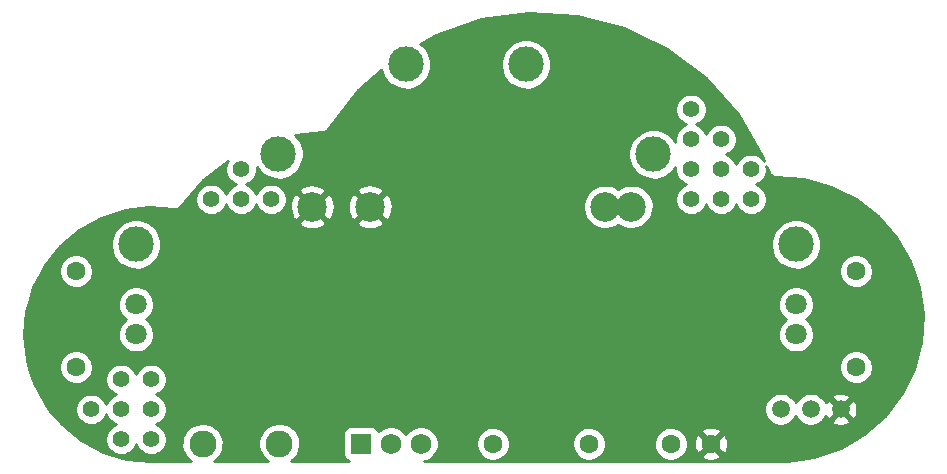
<source format=gbl>
G04 #@! TF.FileFunction,Copper,L2,Bot,Signal*
%FSLAX46Y46*%
G04 Gerber Fmt 4.6, Leading zero omitted, Abs format (unit mm)*
G04 Created by KiCad (PCBNEW 4.0.7-e2-6376~58~ubuntu16.04.1) date Wed Oct 18 15:21:10 2017*
%MOMM*%
%LPD*%
G01*
G04 APERTURE LIST*
%ADD10C,0.101600*%
%ADD11C,1.600000*%
%ADD12C,3.000000*%
%ADD13C,2.286000*%
%ADD14C,1.400000*%
%ADD15C,1.520000*%
%ADD16R,1.727200X1.727200*%
%ADD17C,1.727200*%
%ADD18C,2.500000*%
%ADD19C,1.800000*%
%ADD20C,0.254000*%
G04 APERTURE END LIST*
D10*
D11*
X19050000Y-84836000D03*
X19050000Y-92964000D03*
X85090000Y-84836000D03*
X85090000Y-92964000D03*
D12*
X67945000Y-74930000D03*
X46990000Y-67310000D03*
X24130000Y-82550000D03*
X57150000Y-67310000D03*
X36195000Y-74930000D03*
X80010000Y-82550000D03*
D11*
X62484000Y-99441000D03*
X54356000Y-99441000D03*
D13*
X29768800Y-99441000D03*
X36271200Y-99441000D03*
D14*
X25400000Y-99060000D03*
X25400000Y-96520000D03*
X25400000Y-93980000D03*
X22860000Y-93980000D03*
X22860000Y-96520000D03*
X22860000Y-99060000D03*
X20320000Y-96520000D03*
X30480000Y-78740000D03*
X33020000Y-78740000D03*
X35560000Y-78740000D03*
X33020000Y-76200000D03*
X73660000Y-78740000D03*
X71120000Y-78740000D03*
X76200000Y-78740000D03*
X73660000Y-76200000D03*
X71120000Y-76200000D03*
X71120000Y-73660000D03*
X73660000Y-73660000D03*
X76200000Y-76200000D03*
X71120000Y-71120000D03*
D15*
X81280000Y-96520000D03*
X83820000Y-96520000D03*
X78740000Y-96520000D03*
D11*
X69418200Y-99441000D03*
X72821800Y-99441000D03*
D16*
X43180000Y-99441000D03*
D17*
X45720000Y-99441000D03*
X48260000Y-99441000D03*
D18*
X43970000Y-79375000D03*
X63870000Y-79375000D03*
X66070000Y-79375000D03*
X39070000Y-79375000D03*
D19*
X24130000Y-87630000D03*
X24130000Y-90170000D03*
X80010000Y-90170000D03*
X80010000Y-87630000D03*
D20*
G36*
X61495416Y-63185159D02*
X65440004Y-64224834D01*
X69107527Y-66010883D01*
X72358285Y-68475271D01*
X75068473Y-71524144D01*
X77145546Y-75059571D01*
X77317161Y-75468963D01*
X77239556Y-75352159D01*
X77055078Y-75166388D01*
X76838030Y-75019988D01*
X76596680Y-74918533D01*
X76340221Y-74865890D01*
X76078420Y-74864062D01*
X75821251Y-74913120D01*
X75578507Y-75011194D01*
X75359437Y-75154550D01*
X75172383Y-75337727D01*
X75024471Y-75553747D01*
X74929233Y-75775952D01*
X74844438Y-75570223D01*
X74699556Y-75352159D01*
X74515078Y-75166388D01*
X74298030Y-75019988D01*
X74080895Y-74928712D01*
X74264834Y-74857367D01*
X74485885Y-74717084D01*
X74675478Y-74536537D01*
X74826392Y-74322603D01*
X74932878Y-74083430D01*
X74990881Y-73828129D01*
X74995057Y-73529097D01*
X74944205Y-73272276D01*
X74844438Y-73030223D01*
X74699556Y-72812159D01*
X74515078Y-72626388D01*
X74298030Y-72479988D01*
X74056680Y-72378533D01*
X73800221Y-72325890D01*
X73538420Y-72324062D01*
X73281251Y-72373120D01*
X73038507Y-72471194D01*
X72819437Y-72614550D01*
X72632383Y-72797727D01*
X72484471Y-73013747D01*
X72389233Y-73235952D01*
X72304438Y-73030223D01*
X72159556Y-72812159D01*
X71975078Y-72626388D01*
X71758030Y-72479988D01*
X71540895Y-72388712D01*
X71724834Y-72317367D01*
X71945885Y-72177084D01*
X72135478Y-71996537D01*
X72286392Y-71782603D01*
X72392878Y-71543430D01*
X72450881Y-71288129D01*
X72455057Y-70989097D01*
X72404205Y-70732276D01*
X72304438Y-70490223D01*
X72159556Y-70272159D01*
X71975078Y-70086388D01*
X71758030Y-69939988D01*
X71516680Y-69838533D01*
X71260221Y-69785890D01*
X70998420Y-69784062D01*
X70741251Y-69833120D01*
X70498507Y-69931194D01*
X70279437Y-70074550D01*
X70092383Y-70257727D01*
X69944471Y-70473747D01*
X69841334Y-70714383D01*
X69786901Y-70970469D01*
X69783246Y-71232250D01*
X69830507Y-71489756D01*
X69926884Y-71733178D01*
X70068707Y-71953244D01*
X70250574Y-72141572D01*
X70465556Y-72290989D01*
X70695685Y-72391530D01*
X70498507Y-72471194D01*
X70279437Y-72614550D01*
X70092383Y-72797727D01*
X69944471Y-73013747D01*
X69841334Y-73254383D01*
X69786901Y-73510469D01*
X69783246Y-73772250D01*
X69800069Y-73863911D01*
X69607512Y-73574089D01*
X69312485Y-73276995D01*
X68965371Y-73042864D01*
X68579391Y-72880613D01*
X68169248Y-72796422D01*
X67750563Y-72793499D01*
X67339284Y-72871955D01*
X66951077Y-73028801D01*
X66600728Y-73258063D01*
X66301582Y-73551008D01*
X66065033Y-73896479D01*
X65900091Y-74281317D01*
X65813040Y-74690862D01*
X65807194Y-75109517D01*
X65882776Y-75521333D01*
X66036908Y-75910626D01*
X66263719Y-76262567D01*
X66554569Y-76563751D01*
X66898380Y-76802706D01*
X67282057Y-76970330D01*
X67690984Y-77060239D01*
X68109588Y-77069007D01*
X68521922Y-76996302D01*
X68912281Y-76844891D01*
X69265797Y-76620543D01*
X69569004Y-76331803D01*
X69795284Y-76011031D01*
X69786901Y-76050469D01*
X69783246Y-76312250D01*
X69830507Y-76569756D01*
X69926884Y-76813178D01*
X70068707Y-77033244D01*
X70250574Y-77221572D01*
X70465556Y-77370989D01*
X70695685Y-77471530D01*
X70498507Y-77551194D01*
X70279437Y-77694550D01*
X70092383Y-77877727D01*
X69944471Y-78093747D01*
X69841334Y-78334383D01*
X69786901Y-78590469D01*
X69783246Y-78852250D01*
X69830507Y-79109756D01*
X69926884Y-79353178D01*
X70068707Y-79573244D01*
X70250574Y-79761572D01*
X70465556Y-79910989D01*
X70705466Y-80015803D01*
X70961166Y-80072023D01*
X71222915Y-80077505D01*
X71480745Y-80032043D01*
X71724834Y-79937367D01*
X71945885Y-79797084D01*
X72135478Y-79616537D01*
X72286392Y-79402603D01*
X72392285Y-79164762D01*
X72466884Y-79353178D01*
X72608707Y-79573244D01*
X72790574Y-79761572D01*
X73005556Y-79910989D01*
X73245466Y-80015803D01*
X73501166Y-80072023D01*
X73762915Y-80077505D01*
X74020745Y-80032043D01*
X74264834Y-79937367D01*
X74485885Y-79797084D01*
X74675478Y-79616537D01*
X74826392Y-79402603D01*
X74932285Y-79164762D01*
X75006884Y-79353178D01*
X75148707Y-79573244D01*
X75330574Y-79761572D01*
X75545556Y-79910989D01*
X75785466Y-80015803D01*
X76041166Y-80072023D01*
X76302915Y-80077505D01*
X76560745Y-80032043D01*
X76804834Y-79937367D01*
X77025885Y-79797084D01*
X77215478Y-79616537D01*
X77366392Y-79402603D01*
X77472878Y-79163430D01*
X77530881Y-78908129D01*
X77535057Y-78609097D01*
X77484205Y-78352276D01*
X77384438Y-78110223D01*
X77239556Y-77892159D01*
X77055078Y-77706388D01*
X76838030Y-77559988D01*
X76620895Y-77468712D01*
X76804834Y-77397367D01*
X77025885Y-77257084D01*
X77215478Y-77076537D01*
X77366392Y-76862603D01*
X77472878Y-76623430D01*
X77530881Y-76368129D01*
X77535057Y-76069097D01*
X77504910Y-75916846D01*
X77736895Y-76470252D01*
X77755435Y-76504622D01*
X77771124Y-76540404D01*
X77787103Y-76563329D01*
X77800364Y-76587914D01*
X77825230Y-76618033D01*
X77847567Y-76650081D01*
X77867690Y-76669463D01*
X77885477Y-76691007D01*
X77915718Y-76715721D01*
X77943857Y-76742823D01*
X77967368Y-76757930D01*
X77988995Y-76775605D01*
X78023460Y-76793974D01*
X78056327Y-76815094D01*
X78082320Y-76825346D01*
X78106972Y-76838485D01*
X78144349Y-76849810D01*
X78180691Y-76864144D01*
X78208179Y-76869151D01*
X78234917Y-76877253D01*
X78273791Y-76881103D01*
X78312216Y-76888103D01*
X78321753Y-76888825D01*
X80727539Y-77053862D01*
X82990615Y-77665519D01*
X85091782Y-78705092D01*
X86951019Y-80132990D01*
X88497492Y-81894814D01*
X89672311Y-83923469D01*
X90430721Y-86141681D01*
X90743834Y-88464948D01*
X90599725Y-90804790D01*
X90003882Y-93072082D01*
X88979003Y-95180455D01*
X87564121Y-97049613D01*
X85813135Y-98608350D01*
X83792731Y-99797302D01*
X81579869Y-100571180D01*
X79232863Y-100904191D01*
X78732608Y-100915000D01*
X48530993Y-100915000D01*
X48664953Y-100891379D01*
X48938954Y-100785101D01*
X49187094Y-100627627D01*
X49399922Y-100424954D01*
X49569330Y-100184803D01*
X49688866Y-99916320D01*
X49753977Y-99629733D01*
X49754927Y-99561659D01*
X52919114Y-99561659D01*
X52969915Y-99838453D01*
X53073512Y-100100109D01*
X53225959Y-100336660D01*
X53421448Y-100539095D01*
X53652534Y-100699704D01*
X53910415Y-100812369D01*
X54185268Y-100872800D01*
X54466624Y-100878693D01*
X54743767Y-100829826D01*
X55006140Y-100728058D01*
X55243749Y-100577267D01*
X55447544Y-100383195D01*
X55609762Y-100153236D01*
X55724225Y-99896148D01*
X55786573Y-99621723D01*
X55787411Y-99561659D01*
X61047114Y-99561659D01*
X61097915Y-99838453D01*
X61201512Y-100100109D01*
X61353959Y-100336660D01*
X61549448Y-100539095D01*
X61780534Y-100699704D01*
X62038415Y-100812369D01*
X62313268Y-100872800D01*
X62594624Y-100878693D01*
X62871767Y-100829826D01*
X63134140Y-100728058D01*
X63371749Y-100577267D01*
X63575544Y-100383195D01*
X63737762Y-100153236D01*
X63852225Y-99896148D01*
X63914573Y-99621723D01*
X63915411Y-99561659D01*
X67981314Y-99561659D01*
X68032115Y-99838453D01*
X68135712Y-100100109D01*
X68288159Y-100336660D01*
X68483648Y-100539095D01*
X68714734Y-100699704D01*
X68972615Y-100812369D01*
X69247468Y-100872800D01*
X69528824Y-100878693D01*
X69805967Y-100829826D01*
X70068340Y-100728058D01*
X70305949Y-100577267D01*
X70456706Y-100433702D01*
X72008703Y-100433702D01*
X72080286Y-100677671D01*
X72335796Y-100798571D01*
X72609984Y-100867300D01*
X72892312Y-100881217D01*
X73171930Y-100839787D01*
X73438092Y-100744603D01*
X73563314Y-100677671D01*
X73634897Y-100433702D01*
X72821800Y-99620605D01*
X72008703Y-100433702D01*
X70456706Y-100433702D01*
X70509744Y-100383195D01*
X70671962Y-100153236D01*
X70786425Y-99896148D01*
X70848773Y-99621723D01*
X70850311Y-99511512D01*
X71381583Y-99511512D01*
X71423013Y-99791130D01*
X71518197Y-100057292D01*
X71585129Y-100182514D01*
X71829098Y-100254097D01*
X72642195Y-99441000D01*
X73001405Y-99441000D01*
X73814502Y-100254097D01*
X74058471Y-100182514D01*
X74179371Y-99927004D01*
X74248100Y-99652816D01*
X74262017Y-99370488D01*
X74220587Y-99090870D01*
X74125403Y-98824708D01*
X74058471Y-98699486D01*
X73814502Y-98627903D01*
X73001405Y-99441000D01*
X72642195Y-99441000D01*
X71829098Y-98627903D01*
X71585129Y-98699486D01*
X71464229Y-98954996D01*
X71395500Y-99229184D01*
X71381583Y-99511512D01*
X70850311Y-99511512D01*
X70853261Y-99300291D01*
X70798600Y-99024233D01*
X70691360Y-98764049D01*
X70535626Y-98529650D01*
X70454840Y-98448298D01*
X72008703Y-98448298D01*
X72821800Y-99261395D01*
X73634897Y-98448298D01*
X73563314Y-98204329D01*
X73307804Y-98083429D01*
X73033616Y-98014700D01*
X72751288Y-98000783D01*
X72471670Y-98042213D01*
X72205508Y-98137397D01*
X72080286Y-98204329D01*
X72008703Y-98448298D01*
X70454840Y-98448298D01*
X70337329Y-98329964D01*
X70104023Y-98172597D01*
X69844594Y-98063543D01*
X69568924Y-98006956D01*
X69287513Y-98004991D01*
X69011080Y-98057724D01*
X68750154Y-98163145D01*
X68514673Y-98317239D01*
X68313608Y-98514137D01*
X68154616Y-98746339D01*
X68043753Y-99005000D01*
X67985243Y-99280268D01*
X67981314Y-99561659D01*
X63915411Y-99561659D01*
X63919061Y-99300291D01*
X63864400Y-99024233D01*
X63757160Y-98764049D01*
X63601426Y-98529650D01*
X63403129Y-98329964D01*
X63169823Y-98172597D01*
X62910394Y-98063543D01*
X62634724Y-98006956D01*
X62353313Y-98004991D01*
X62076880Y-98057724D01*
X61815954Y-98163145D01*
X61580473Y-98317239D01*
X61379408Y-98514137D01*
X61220416Y-98746339D01*
X61109553Y-99005000D01*
X61051043Y-99280268D01*
X61047114Y-99561659D01*
X55787411Y-99561659D01*
X55791061Y-99300291D01*
X55736400Y-99024233D01*
X55629160Y-98764049D01*
X55473426Y-98529650D01*
X55275129Y-98329964D01*
X55041823Y-98172597D01*
X54782394Y-98063543D01*
X54506724Y-98006956D01*
X54225313Y-98004991D01*
X53948880Y-98057724D01*
X53687954Y-98163145D01*
X53452473Y-98317239D01*
X53251408Y-98514137D01*
X53092416Y-98746339D01*
X52981553Y-99005000D01*
X52923043Y-99280268D01*
X52919114Y-99561659D01*
X49754927Y-99561659D01*
X49758664Y-99294055D01*
X49701581Y-99005761D01*
X49589588Y-98734046D01*
X49426951Y-98489258D01*
X49219866Y-98280722D01*
X48976219Y-98116380D01*
X48705292Y-98002493D01*
X48417404Y-97943398D01*
X48123521Y-97941346D01*
X47834836Y-97996416D01*
X47562345Y-98106509D01*
X47316428Y-98267433D01*
X47106451Y-98473058D01*
X46989586Y-98643736D01*
X46886951Y-98489258D01*
X46679866Y-98280722D01*
X46436219Y-98116380D01*
X46165292Y-98002493D01*
X45877404Y-97943398D01*
X45583521Y-97941346D01*
X45294836Y-97996416D01*
X45022345Y-98106509D01*
X44776428Y-98267433D01*
X44647908Y-98393289D01*
X44620494Y-98304766D01*
X44521700Y-98154841D01*
X44385050Y-98038375D01*
X44221363Y-97964590D01*
X44043600Y-97939328D01*
X42316400Y-97939328D01*
X42215279Y-97947392D01*
X42043766Y-98000506D01*
X41893841Y-98099300D01*
X41777375Y-98235950D01*
X41703590Y-98399637D01*
X41678328Y-98577400D01*
X41678328Y-100304600D01*
X41686392Y-100405721D01*
X41739506Y-100577234D01*
X41838300Y-100727159D01*
X41974950Y-100843625D01*
X42133291Y-100915000D01*
X37266926Y-100915000D01*
X37371143Y-100848862D01*
X37623650Y-100608403D01*
X37824642Y-100323478D01*
X37966465Y-100004940D01*
X38043715Y-99664921D01*
X38049276Y-99266658D01*
X37981550Y-98924615D01*
X37848677Y-98602241D01*
X37655718Y-98311815D01*
X37410024Y-98064399D01*
X37120952Y-97869417D01*
X36799513Y-97734297D01*
X36457951Y-97664184D01*
X36109276Y-97661750D01*
X35766768Y-97727087D01*
X35443474Y-97857706D01*
X35151708Y-98048632D01*
X34902583Y-98292594D01*
X34705588Y-98580297D01*
X34568227Y-98900785D01*
X34495731Y-99241849D01*
X34490863Y-99590499D01*
X34553807Y-99933455D01*
X34682166Y-100257653D01*
X34871051Y-100550744D01*
X35113267Y-100801567D01*
X35276476Y-100915000D01*
X30764526Y-100915000D01*
X30868743Y-100848862D01*
X31121250Y-100608403D01*
X31322242Y-100323478D01*
X31464065Y-100004940D01*
X31541315Y-99664921D01*
X31546876Y-99266658D01*
X31479150Y-98924615D01*
X31346277Y-98602241D01*
X31153318Y-98311815D01*
X30907624Y-98064399D01*
X30618552Y-97869417D01*
X30297113Y-97734297D01*
X29955551Y-97664184D01*
X29606876Y-97661750D01*
X29264368Y-97727087D01*
X28941074Y-97857706D01*
X28649308Y-98048632D01*
X28400183Y-98292594D01*
X28203188Y-98580297D01*
X28065827Y-98900785D01*
X27993331Y-99241849D01*
X27988463Y-99590499D01*
X28051407Y-99933455D01*
X28179766Y-100257653D01*
X28368651Y-100550744D01*
X28610867Y-100801567D01*
X28774076Y-100915000D01*
X25433504Y-100915000D01*
X23313590Y-100707140D01*
X21306650Y-100101209D01*
X19455626Y-99117003D01*
X17831020Y-97792007D01*
X16871586Y-96632250D01*
X18983246Y-96632250D01*
X19030507Y-96889756D01*
X19126884Y-97133178D01*
X19268707Y-97353244D01*
X19450574Y-97541572D01*
X19665556Y-97690989D01*
X19905466Y-97795803D01*
X20161166Y-97852023D01*
X20422915Y-97857505D01*
X20680745Y-97812043D01*
X20924834Y-97717367D01*
X21145885Y-97577084D01*
X21335478Y-97396537D01*
X21486392Y-97182603D01*
X21592285Y-96944762D01*
X21666884Y-97133178D01*
X21808707Y-97353244D01*
X21990574Y-97541572D01*
X22205556Y-97690989D01*
X22435685Y-97791530D01*
X22238507Y-97871194D01*
X22019437Y-98014550D01*
X21832383Y-98197727D01*
X21684471Y-98413747D01*
X21581334Y-98654383D01*
X21526901Y-98910469D01*
X21523246Y-99172250D01*
X21570507Y-99429756D01*
X21666884Y-99673178D01*
X21808707Y-99893244D01*
X21990574Y-100081572D01*
X22205556Y-100230989D01*
X22445466Y-100335803D01*
X22701166Y-100392023D01*
X22962915Y-100397505D01*
X23220745Y-100352043D01*
X23464834Y-100257367D01*
X23685885Y-100117084D01*
X23875478Y-99936537D01*
X24026392Y-99722603D01*
X24132285Y-99484762D01*
X24206884Y-99673178D01*
X24348707Y-99893244D01*
X24530574Y-100081572D01*
X24745556Y-100230989D01*
X24985466Y-100335803D01*
X25241166Y-100392023D01*
X25502915Y-100397505D01*
X25760745Y-100352043D01*
X26004834Y-100257367D01*
X26225885Y-100117084D01*
X26415478Y-99936537D01*
X26566392Y-99722603D01*
X26672878Y-99483430D01*
X26730881Y-99228129D01*
X26735057Y-98929097D01*
X26684205Y-98672276D01*
X26584438Y-98430223D01*
X26439556Y-98212159D01*
X26255078Y-98026388D01*
X26038030Y-97879988D01*
X25820895Y-97788712D01*
X26004834Y-97717367D01*
X26225885Y-97577084D01*
X26415478Y-97396537D01*
X26566392Y-97182603D01*
X26672878Y-96943430D01*
X26730881Y-96688129D01*
X26731590Y-96637295D01*
X77343166Y-96637295D01*
X77392551Y-96906375D01*
X77493261Y-97160737D01*
X77641458Y-97390694D01*
X77831498Y-97587486D01*
X78056143Y-97743619D01*
X78306835Y-97853143D01*
X78574027Y-97911889D01*
X78847541Y-97917619D01*
X79116958Y-97870113D01*
X79372018Y-97771182D01*
X79603003Y-97624594D01*
X79801118Y-97435932D01*
X79958815Y-97212383D01*
X80009043Y-97099569D01*
X80033261Y-97160737D01*
X80181458Y-97390694D01*
X80371498Y-97587486D01*
X80596143Y-97743619D01*
X80846835Y-97853143D01*
X81114027Y-97911889D01*
X81387541Y-97917619D01*
X81656958Y-97870113D01*
X81912018Y-97771182D01*
X82143003Y-97624594D01*
X82290497Y-97484137D01*
X83035469Y-97484137D01*
X83102206Y-97724025D01*
X83350892Y-97840924D01*
X83617606Y-97907061D01*
X83892097Y-97919895D01*
X84163817Y-97878931D01*
X84422326Y-97785744D01*
X84537794Y-97724025D01*
X84604531Y-97484137D01*
X83820000Y-96699605D01*
X83035469Y-97484137D01*
X82290497Y-97484137D01*
X82341118Y-97435932D01*
X82498815Y-97212383D01*
X82547390Y-97103280D01*
X82554256Y-97122326D01*
X82615975Y-97237794D01*
X82855863Y-97304531D01*
X83640395Y-96520000D01*
X83999605Y-96520000D01*
X84784137Y-97304531D01*
X85024025Y-97237794D01*
X85140924Y-96989108D01*
X85207061Y-96722394D01*
X85219895Y-96447903D01*
X85178931Y-96176183D01*
X85085744Y-95917674D01*
X85024025Y-95802206D01*
X84784137Y-95735469D01*
X83999605Y-96520000D01*
X83640395Y-96520000D01*
X82855863Y-95735469D01*
X82615975Y-95802206D01*
X82550485Y-95941527D01*
X82517672Y-95861918D01*
X82366278Y-95634053D01*
X82288633Y-95555863D01*
X83035469Y-95555863D01*
X83820000Y-96340395D01*
X84604531Y-95555863D01*
X84537794Y-95315975D01*
X84289108Y-95199076D01*
X84022394Y-95132939D01*
X83747903Y-95120105D01*
X83476183Y-95161069D01*
X83217674Y-95254256D01*
X83102206Y-95315975D01*
X83035469Y-95555863D01*
X82288633Y-95555863D01*
X82173509Y-95439933D01*
X81946706Y-95286953D01*
X81694509Y-95180939D01*
X81426523Y-95125929D01*
X81152956Y-95124019D01*
X80884228Y-95175282D01*
X80630575Y-95277764D01*
X80401658Y-95427563D01*
X80206197Y-95618972D01*
X80051637Y-95844702D01*
X80010314Y-95941115D01*
X79977672Y-95861918D01*
X79826278Y-95634053D01*
X79633509Y-95439933D01*
X79406706Y-95286953D01*
X79154509Y-95180939D01*
X78886523Y-95125929D01*
X78612956Y-95124019D01*
X78344228Y-95175282D01*
X78090575Y-95277764D01*
X77861658Y-95427563D01*
X77666197Y-95618972D01*
X77511637Y-95844702D01*
X77403865Y-96096153D01*
X77346986Y-96363748D01*
X77343166Y-96637295D01*
X26731590Y-96637295D01*
X26735057Y-96389097D01*
X26684205Y-96132276D01*
X26584438Y-95890223D01*
X26439556Y-95672159D01*
X26255078Y-95486388D01*
X26038030Y-95339988D01*
X25820895Y-95248712D01*
X26004834Y-95177367D01*
X26225885Y-95037084D01*
X26415478Y-94856537D01*
X26566392Y-94642603D01*
X26672878Y-94403430D01*
X26730881Y-94148129D01*
X26735057Y-93849097D01*
X26684205Y-93592276D01*
X26584438Y-93350223D01*
X26439556Y-93132159D01*
X26392387Y-93084659D01*
X83653114Y-93084659D01*
X83703915Y-93361453D01*
X83807512Y-93623109D01*
X83959959Y-93859660D01*
X84155448Y-94062095D01*
X84386534Y-94222704D01*
X84644415Y-94335369D01*
X84919268Y-94395800D01*
X85200624Y-94401693D01*
X85477767Y-94352826D01*
X85740140Y-94251058D01*
X85977749Y-94100267D01*
X86181544Y-93906195D01*
X86343762Y-93676236D01*
X86458225Y-93419148D01*
X86520573Y-93144723D01*
X86525061Y-92823291D01*
X86470400Y-92547233D01*
X86363160Y-92287049D01*
X86207426Y-92052650D01*
X86009129Y-91852964D01*
X85775823Y-91695597D01*
X85516394Y-91586543D01*
X85240724Y-91529956D01*
X84959313Y-91527991D01*
X84682880Y-91580724D01*
X84421954Y-91686145D01*
X84186473Y-91840239D01*
X83985408Y-92037137D01*
X83826416Y-92269339D01*
X83715553Y-92528000D01*
X83657043Y-92803268D01*
X83653114Y-93084659D01*
X26392387Y-93084659D01*
X26255078Y-92946388D01*
X26038030Y-92799988D01*
X25796680Y-92698533D01*
X25540221Y-92645890D01*
X25278420Y-92644062D01*
X25021251Y-92693120D01*
X24778507Y-92791194D01*
X24559437Y-92934550D01*
X24372383Y-93117727D01*
X24224471Y-93333747D01*
X24129233Y-93555952D01*
X24044438Y-93350223D01*
X23899556Y-93132159D01*
X23715078Y-92946388D01*
X23498030Y-92799988D01*
X23256680Y-92698533D01*
X23000221Y-92645890D01*
X22738420Y-92644062D01*
X22481251Y-92693120D01*
X22238507Y-92791194D01*
X22019437Y-92934550D01*
X21832383Y-93117727D01*
X21684471Y-93333747D01*
X21581334Y-93574383D01*
X21526901Y-93830469D01*
X21523246Y-94092250D01*
X21570507Y-94349756D01*
X21666884Y-94593178D01*
X21808707Y-94813244D01*
X21990574Y-95001572D01*
X22205556Y-95150989D01*
X22435685Y-95251530D01*
X22238507Y-95331194D01*
X22019437Y-95474550D01*
X21832383Y-95657727D01*
X21684471Y-95873747D01*
X21589233Y-96095952D01*
X21504438Y-95890223D01*
X21359556Y-95672159D01*
X21175078Y-95486388D01*
X20958030Y-95339988D01*
X20716680Y-95238533D01*
X20460221Y-95185890D01*
X20198420Y-95184062D01*
X19941251Y-95233120D01*
X19698507Y-95331194D01*
X19479437Y-95474550D01*
X19292383Y-95657727D01*
X19144471Y-95873747D01*
X19041334Y-96114383D01*
X18986901Y-96370469D01*
X18983246Y-96632250D01*
X16871586Y-96632250D01*
X16494713Y-96176689D01*
X15497609Y-94332583D01*
X15111313Y-93084659D01*
X17613114Y-93084659D01*
X17663915Y-93361453D01*
X17767512Y-93623109D01*
X17919959Y-93859660D01*
X18115448Y-94062095D01*
X18346534Y-94222704D01*
X18604415Y-94335369D01*
X18879268Y-94395800D01*
X19160624Y-94401693D01*
X19437767Y-94352826D01*
X19700140Y-94251058D01*
X19937749Y-94100267D01*
X20141544Y-93906195D01*
X20303762Y-93676236D01*
X20418225Y-93419148D01*
X20480573Y-93144723D01*
X20485061Y-92823291D01*
X20430400Y-92547233D01*
X20323160Y-92287049D01*
X20167426Y-92052650D01*
X19969129Y-91852964D01*
X19735823Y-91695597D01*
X19476394Y-91586543D01*
X19200724Y-91529956D01*
X18919313Y-91527991D01*
X18642880Y-91580724D01*
X18381954Y-91686145D01*
X18146473Y-91840239D01*
X17945408Y-92037137D01*
X17786416Y-92269339D01*
X17675553Y-92528000D01*
X17617043Y-92803268D01*
X17613114Y-93084659D01*
X15111313Y-93084659D01*
X14877681Y-92329918D01*
X14658547Y-90244989D01*
X14848551Y-88157203D01*
X14965728Y-87759067D01*
X22592983Y-87759067D01*
X22647324Y-88055150D01*
X22758140Y-88335040D01*
X22921210Y-88588075D01*
X23130322Y-88804617D01*
X23267441Y-88899917D01*
X23163509Y-88967928D01*
X22948432Y-89178547D01*
X22778361Y-89426930D01*
X22659773Y-89703617D01*
X22597186Y-89998067D01*
X22592983Y-90299067D01*
X22647324Y-90595150D01*
X22758140Y-90875040D01*
X22921210Y-91128075D01*
X23130322Y-91344617D01*
X23377512Y-91516419D01*
X23653364Y-91636935D01*
X23947371Y-91701577D01*
X24248334Y-91707881D01*
X24544789Y-91655608D01*
X24825446Y-91546748D01*
X25079613Y-91385449D01*
X25297610Y-91177854D01*
X25471132Y-90931869D01*
X25593572Y-90656866D01*
X25660265Y-90363317D01*
X25665066Y-90019486D01*
X25606595Y-89724190D01*
X25491882Y-89445874D01*
X25325295Y-89195141D01*
X25113180Y-88981540D01*
X24992953Y-88900445D01*
X25079613Y-88845449D01*
X25297610Y-88637854D01*
X25471132Y-88391869D01*
X25593572Y-88116866D01*
X25660265Y-87823317D01*
X25661162Y-87759067D01*
X78472983Y-87759067D01*
X78527324Y-88055150D01*
X78638140Y-88335040D01*
X78801210Y-88588075D01*
X79010322Y-88804617D01*
X79147441Y-88899917D01*
X79043509Y-88967928D01*
X78828432Y-89178547D01*
X78658361Y-89426930D01*
X78539773Y-89703617D01*
X78477186Y-89998067D01*
X78472983Y-90299067D01*
X78527324Y-90595150D01*
X78638140Y-90875040D01*
X78801210Y-91128075D01*
X79010322Y-91344617D01*
X79257512Y-91516419D01*
X79533364Y-91636935D01*
X79827371Y-91701577D01*
X80128334Y-91707881D01*
X80424789Y-91655608D01*
X80705446Y-91546748D01*
X80959613Y-91385449D01*
X81177610Y-91177854D01*
X81351132Y-90931869D01*
X81473572Y-90656866D01*
X81540265Y-90363317D01*
X81545066Y-90019486D01*
X81486595Y-89724190D01*
X81371882Y-89445874D01*
X81205295Y-89195141D01*
X80993180Y-88981540D01*
X80872953Y-88900445D01*
X80959613Y-88845449D01*
X81177610Y-88637854D01*
X81351132Y-88391869D01*
X81473572Y-88116866D01*
X81540265Y-87823317D01*
X81545066Y-87479486D01*
X81486595Y-87184190D01*
X81371882Y-86905874D01*
X81205295Y-86655141D01*
X80993180Y-86441540D01*
X80743616Y-86273206D01*
X80466108Y-86156553D01*
X80171228Y-86096023D01*
X79870206Y-86093921D01*
X79574509Y-86150328D01*
X79295400Y-86263096D01*
X79043509Y-86427928D01*
X78828432Y-86638547D01*
X78658361Y-86886930D01*
X78539773Y-87163617D01*
X78477186Y-87458067D01*
X78472983Y-87759067D01*
X25661162Y-87759067D01*
X25665066Y-87479486D01*
X25606595Y-87184190D01*
X25491882Y-86905874D01*
X25325295Y-86655141D01*
X25113180Y-86441540D01*
X24863616Y-86273206D01*
X24586108Y-86156553D01*
X24291228Y-86096023D01*
X23990206Y-86093921D01*
X23694509Y-86150328D01*
X23415400Y-86263096D01*
X23163509Y-86427928D01*
X22948432Y-86638547D01*
X22778361Y-86886930D01*
X22659773Y-87163617D01*
X22597186Y-87458067D01*
X22592983Y-87759067D01*
X14965728Y-87759067D01*
X15440455Y-86146086D01*
X16062271Y-84956659D01*
X17613114Y-84956659D01*
X17663915Y-85233453D01*
X17767512Y-85495109D01*
X17919959Y-85731660D01*
X18115448Y-85934095D01*
X18346534Y-86094704D01*
X18604415Y-86207369D01*
X18879268Y-86267800D01*
X19160624Y-86273693D01*
X19437767Y-86224826D01*
X19700140Y-86123058D01*
X19937749Y-85972267D01*
X20141544Y-85778195D01*
X20303762Y-85548236D01*
X20418225Y-85291148D01*
X20480573Y-85016723D01*
X20481411Y-84956659D01*
X83653114Y-84956659D01*
X83703915Y-85233453D01*
X83807512Y-85495109D01*
X83959959Y-85731660D01*
X84155448Y-85934095D01*
X84386534Y-86094704D01*
X84644415Y-86207369D01*
X84919268Y-86267800D01*
X85200624Y-86273693D01*
X85477767Y-86224826D01*
X85740140Y-86123058D01*
X85977749Y-85972267D01*
X86181544Y-85778195D01*
X86343762Y-85548236D01*
X86458225Y-85291148D01*
X86520573Y-85016723D01*
X86525061Y-84695291D01*
X86470400Y-84419233D01*
X86363160Y-84159049D01*
X86207426Y-83924650D01*
X86009129Y-83724964D01*
X85775823Y-83567597D01*
X85516394Y-83458543D01*
X85240724Y-83401956D01*
X84959313Y-83399991D01*
X84682880Y-83452724D01*
X84421954Y-83558145D01*
X84186473Y-83712239D01*
X83985408Y-83909137D01*
X83826416Y-84141339D01*
X83715553Y-84400000D01*
X83657043Y-84675268D01*
X83653114Y-84956659D01*
X20481411Y-84956659D01*
X20485061Y-84695291D01*
X20430400Y-84419233D01*
X20323160Y-84159049D01*
X20167426Y-83924650D01*
X19969129Y-83724964D01*
X19735823Y-83567597D01*
X19476394Y-83458543D01*
X19200724Y-83401956D01*
X18919313Y-83399991D01*
X18642880Y-83452724D01*
X18381954Y-83558145D01*
X18146473Y-83712239D01*
X17945408Y-83909137D01*
X17786416Y-84141339D01*
X17675553Y-84400000D01*
X17617043Y-84675268D01*
X17613114Y-84956659D01*
X16062271Y-84956659D01*
X16411715Y-84288234D01*
X17664955Y-82729517D01*
X21992194Y-82729517D01*
X22067776Y-83141333D01*
X22221908Y-83530626D01*
X22448719Y-83882567D01*
X22739569Y-84183751D01*
X23083380Y-84422706D01*
X23467057Y-84590330D01*
X23875984Y-84680239D01*
X24294588Y-84689007D01*
X24706922Y-84616302D01*
X25097281Y-84464891D01*
X25450797Y-84240543D01*
X25754004Y-83951803D01*
X25995354Y-83609668D01*
X26165652Y-83227171D01*
X26258413Y-82818881D01*
X26259660Y-82729517D01*
X77872194Y-82729517D01*
X77947776Y-83141333D01*
X78101908Y-83530626D01*
X78328719Y-83882567D01*
X78619569Y-84183751D01*
X78963380Y-84422706D01*
X79347057Y-84590330D01*
X79755984Y-84680239D01*
X80174588Y-84689007D01*
X80586922Y-84616302D01*
X80977281Y-84464891D01*
X81330797Y-84240543D01*
X81634004Y-83951803D01*
X81875354Y-83609668D01*
X82045652Y-83227171D01*
X82138413Y-82818881D01*
X82145091Y-82340652D01*
X82063766Y-81929931D01*
X81904214Y-81542829D01*
X81672512Y-81194089D01*
X81377485Y-80896995D01*
X81030371Y-80662864D01*
X80644391Y-80500613D01*
X80234248Y-80416422D01*
X79815563Y-80413499D01*
X79404284Y-80491955D01*
X79016077Y-80648801D01*
X78665728Y-80878063D01*
X78366582Y-81171008D01*
X78130033Y-81516479D01*
X77965091Y-81901317D01*
X77878040Y-82310862D01*
X77872194Y-82729517D01*
X26259660Y-82729517D01*
X26265091Y-82340652D01*
X26183766Y-81929931D01*
X26024214Y-81542829D01*
X25792512Y-81194089D01*
X25497485Y-80896995D01*
X25188534Y-80688605D01*
X37936000Y-80688605D01*
X38061914Y-80978577D01*
X38394126Y-81144433D01*
X38752312Y-81242290D01*
X39122706Y-81268389D01*
X39491075Y-81221725D01*
X39843262Y-81104094D01*
X40078086Y-80978577D01*
X40204000Y-80688605D01*
X42836000Y-80688605D01*
X42961914Y-80978577D01*
X43294126Y-81144433D01*
X43652312Y-81242290D01*
X44022706Y-81268389D01*
X44391075Y-81221725D01*
X44743262Y-81104094D01*
X44978086Y-80978577D01*
X45104000Y-80688605D01*
X43970000Y-79554605D01*
X42836000Y-80688605D01*
X40204000Y-80688605D01*
X39070000Y-79554605D01*
X37936000Y-80688605D01*
X25188534Y-80688605D01*
X25150371Y-80662864D01*
X24764391Y-80500613D01*
X24354248Y-80416422D01*
X23935563Y-80413499D01*
X23524284Y-80491955D01*
X23136077Y-80648801D01*
X22785728Y-80878063D01*
X22486582Y-81171008D01*
X22250033Y-81516479D01*
X22085091Y-81901317D01*
X21998040Y-82310862D01*
X21992194Y-82729517D01*
X17664955Y-82729517D01*
X17725338Y-82654416D01*
X19331283Y-81306867D01*
X21168386Y-80296911D01*
X23166675Y-79663017D01*
X25251332Y-79429185D01*
X27322858Y-79595187D01*
X27373563Y-79594286D01*
X27424268Y-79595783D01*
X27440288Y-79593100D01*
X27456526Y-79592811D01*
X27506091Y-79582078D01*
X27556120Y-79573698D01*
X27571316Y-79567953D01*
X27587185Y-79564517D01*
X27633714Y-79544365D01*
X27681171Y-79526424D01*
X27694962Y-79517837D01*
X27709861Y-79511384D01*
X27751588Y-79482579D01*
X27794658Y-79455761D01*
X27806520Y-79444658D01*
X27819881Y-79435434D01*
X27855224Y-79399067D01*
X27892259Y-79364400D01*
X27898520Y-79357170D01*
X29786241Y-77146261D01*
X31894408Y-75480816D01*
X31844471Y-75553747D01*
X31741334Y-75794383D01*
X31686901Y-76050469D01*
X31683246Y-76312250D01*
X31730507Y-76569756D01*
X31826884Y-76813178D01*
X31968707Y-77033244D01*
X32150574Y-77221572D01*
X32365556Y-77370989D01*
X32595685Y-77471530D01*
X32398507Y-77551194D01*
X32179437Y-77694550D01*
X31992383Y-77877727D01*
X31844471Y-78093747D01*
X31749233Y-78315952D01*
X31664438Y-78110223D01*
X31519556Y-77892159D01*
X31335078Y-77706388D01*
X31118030Y-77559988D01*
X30876680Y-77458533D01*
X30620221Y-77405890D01*
X30358420Y-77404062D01*
X30101251Y-77453120D01*
X29858507Y-77551194D01*
X29639437Y-77694550D01*
X29452383Y-77877727D01*
X29304471Y-78093747D01*
X29201334Y-78334383D01*
X29146901Y-78590469D01*
X29143246Y-78852250D01*
X29190507Y-79109756D01*
X29286884Y-79353178D01*
X29428707Y-79573244D01*
X29610574Y-79761572D01*
X29825556Y-79910989D01*
X30065466Y-80015803D01*
X30321166Y-80072023D01*
X30582915Y-80077505D01*
X30840745Y-80032043D01*
X31084834Y-79937367D01*
X31305885Y-79797084D01*
X31495478Y-79616537D01*
X31646392Y-79402603D01*
X31752285Y-79164762D01*
X31826884Y-79353178D01*
X31968707Y-79573244D01*
X32150574Y-79761572D01*
X32365556Y-79910989D01*
X32605466Y-80015803D01*
X32861166Y-80072023D01*
X33122915Y-80077505D01*
X33380745Y-80032043D01*
X33624834Y-79937367D01*
X33845885Y-79797084D01*
X34035478Y-79616537D01*
X34186392Y-79402603D01*
X34292285Y-79164762D01*
X34366884Y-79353178D01*
X34508707Y-79573244D01*
X34690574Y-79761572D01*
X34905556Y-79910989D01*
X35145466Y-80015803D01*
X35401166Y-80072023D01*
X35662915Y-80077505D01*
X35920745Y-80032043D01*
X36164834Y-79937367D01*
X36385885Y-79797084D01*
X36575478Y-79616537D01*
X36708683Y-79427706D01*
X37176611Y-79427706D01*
X37223275Y-79796075D01*
X37340906Y-80148262D01*
X37466423Y-80383086D01*
X37756395Y-80509000D01*
X38890395Y-79375000D01*
X39249605Y-79375000D01*
X40383605Y-80509000D01*
X40673577Y-80383086D01*
X40839433Y-80050874D01*
X40937290Y-79692688D01*
X40955961Y-79427706D01*
X42076611Y-79427706D01*
X42123275Y-79796075D01*
X42240906Y-80148262D01*
X42366423Y-80383086D01*
X42656395Y-80509000D01*
X43790395Y-79375000D01*
X44149605Y-79375000D01*
X45283605Y-80509000D01*
X45573577Y-80383086D01*
X45739433Y-80050874D01*
X45837290Y-79692688D01*
X45848507Y-79533496D01*
X61982522Y-79533496D01*
X62049254Y-79897091D01*
X62185338Y-80240799D01*
X62385590Y-80551529D01*
X62642382Y-80817446D01*
X62945935Y-81028420D01*
X63284684Y-81176416D01*
X63645729Y-81255797D01*
X64015315Y-81263539D01*
X64379367Y-81199346D01*
X64724017Y-81065666D01*
X64972570Y-80907929D01*
X65145935Y-81028420D01*
X65484684Y-81176416D01*
X65845729Y-81255797D01*
X66215315Y-81263539D01*
X66579367Y-81199346D01*
X66924017Y-81065666D01*
X67236137Y-80867588D01*
X67503840Y-80612658D01*
X67716929Y-80310586D01*
X67867286Y-79972877D01*
X67949185Y-79612396D01*
X67955081Y-79190166D01*
X67883279Y-78827539D01*
X67742410Y-78485764D01*
X67537839Y-78177860D01*
X67277358Y-77915555D01*
X66970890Y-77708839D01*
X66630107Y-77565587D01*
X66267990Y-77491255D01*
X65898331Y-77488674D01*
X65535211Y-77557943D01*
X65192461Y-77696423D01*
X64969140Y-77842561D01*
X64770890Y-77708839D01*
X64430107Y-77565587D01*
X64067990Y-77491255D01*
X63698331Y-77488674D01*
X63335211Y-77557943D01*
X62992461Y-77696423D01*
X62683137Y-77898840D01*
X62419019Y-78157482D01*
X62210169Y-78462500D01*
X62064542Y-78802275D01*
X61987683Y-79163864D01*
X61982522Y-79533496D01*
X45848507Y-79533496D01*
X45863389Y-79322294D01*
X45816725Y-78953925D01*
X45699094Y-78601738D01*
X45573577Y-78366914D01*
X45283605Y-78241000D01*
X44149605Y-79375000D01*
X43790395Y-79375000D01*
X42656395Y-78241000D01*
X42366423Y-78366914D01*
X42200567Y-78699126D01*
X42102710Y-79057312D01*
X42076611Y-79427706D01*
X40955961Y-79427706D01*
X40963389Y-79322294D01*
X40916725Y-78953925D01*
X40799094Y-78601738D01*
X40673577Y-78366914D01*
X40383605Y-78241000D01*
X39249605Y-79375000D01*
X38890395Y-79375000D01*
X37756395Y-78241000D01*
X37466423Y-78366914D01*
X37300567Y-78699126D01*
X37202710Y-79057312D01*
X37176611Y-79427706D01*
X36708683Y-79427706D01*
X36726392Y-79402603D01*
X36832878Y-79163430D01*
X36890881Y-78908129D01*
X36895057Y-78609097D01*
X36844205Y-78352276D01*
X36744438Y-78110223D01*
X36711997Y-78061395D01*
X37936000Y-78061395D01*
X39070000Y-79195395D01*
X40204000Y-78061395D01*
X42836000Y-78061395D01*
X43970000Y-79195395D01*
X45104000Y-78061395D01*
X44978086Y-77771423D01*
X44645874Y-77605567D01*
X44287688Y-77507710D01*
X43917294Y-77481611D01*
X43548925Y-77528275D01*
X43196738Y-77645906D01*
X42961914Y-77771423D01*
X42836000Y-78061395D01*
X40204000Y-78061395D01*
X40078086Y-77771423D01*
X39745874Y-77605567D01*
X39387688Y-77507710D01*
X39017294Y-77481611D01*
X38648925Y-77528275D01*
X38296738Y-77645906D01*
X38061914Y-77771423D01*
X37936000Y-78061395D01*
X36711997Y-78061395D01*
X36599556Y-77892159D01*
X36415078Y-77706388D01*
X36198030Y-77559988D01*
X35956680Y-77458533D01*
X35700221Y-77405890D01*
X35438420Y-77404062D01*
X35181251Y-77453120D01*
X34938507Y-77551194D01*
X34719437Y-77694550D01*
X34532383Y-77877727D01*
X34384471Y-78093747D01*
X34289233Y-78315952D01*
X34204438Y-78110223D01*
X34059556Y-77892159D01*
X33875078Y-77706388D01*
X33658030Y-77559988D01*
X33440895Y-77468712D01*
X33624834Y-77397367D01*
X33845885Y-77257084D01*
X34035478Y-77076537D01*
X34186392Y-76862603D01*
X34292878Y-76623430D01*
X34350881Y-76368129D01*
X34355057Y-76069097D01*
X34339987Y-75992988D01*
X34513719Y-76262567D01*
X34804569Y-76563751D01*
X35148380Y-76802706D01*
X35532057Y-76970330D01*
X35940984Y-77060239D01*
X36359588Y-77069007D01*
X36771922Y-76996302D01*
X37162281Y-76844891D01*
X37515797Y-76620543D01*
X37819004Y-76331803D01*
X38060354Y-75989668D01*
X38230652Y-75607171D01*
X38323413Y-75198881D01*
X38330091Y-74720652D01*
X38248766Y-74309931D01*
X38089214Y-73922829D01*
X37857512Y-73574089D01*
X37570978Y-73285547D01*
X39911954Y-73072199D01*
X39921539Y-73070369D01*
X39931298Y-73070159D01*
X39987125Y-73057849D01*
X40043272Y-73047131D01*
X40052321Y-73043473D01*
X40061852Y-73041372D01*
X40114221Y-73018455D01*
X40167219Y-72997035D01*
X40175384Y-72991691D01*
X40184327Y-72987777D01*
X40231276Y-72955105D01*
X40279075Y-72923817D01*
X40286041Y-72916994D01*
X40294059Y-72911414D01*
X40333771Y-72870241D01*
X40374580Y-72830268D01*
X40380091Y-72822218D01*
X40386869Y-72815190D01*
X40392753Y-72807650D01*
X42920727Y-69520933D01*
X44905711Y-67781107D01*
X44927776Y-67901333D01*
X45081908Y-68290626D01*
X45308719Y-68642567D01*
X45599569Y-68943751D01*
X45943380Y-69182706D01*
X46327057Y-69350330D01*
X46735984Y-69440239D01*
X47154588Y-69449007D01*
X47566922Y-69376302D01*
X47957281Y-69224891D01*
X48310797Y-69000543D01*
X48614004Y-68711803D01*
X48855354Y-68369668D01*
X49025652Y-67987171D01*
X49118413Y-67578881D01*
X49119660Y-67489517D01*
X55012194Y-67489517D01*
X55087776Y-67901333D01*
X55241908Y-68290626D01*
X55468719Y-68642567D01*
X55759569Y-68943751D01*
X56103380Y-69182706D01*
X56487057Y-69350330D01*
X56895984Y-69440239D01*
X57314588Y-69449007D01*
X57726922Y-69376302D01*
X58117281Y-69224891D01*
X58470797Y-69000543D01*
X58774004Y-68711803D01*
X59015354Y-68369668D01*
X59185652Y-67987171D01*
X59278413Y-67578881D01*
X59285091Y-67100652D01*
X59203766Y-66689931D01*
X59044214Y-66302829D01*
X58812512Y-65954089D01*
X58517485Y-65656995D01*
X58170371Y-65422864D01*
X57784391Y-65260613D01*
X57374248Y-65176422D01*
X56955563Y-65173499D01*
X56544284Y-65251955D01*
X56156077Y-65408801D01*
X55805728Y-65638063D01*
X55506582Y-65931008D01*
X55270033Y-66276479D01*
X55105091Y-66661317D01*
X55018040Y-67070862D01*
X55012194Y-67489517D01*
X49119660Y-67489517D01*
X49125091Y-67100652D01*
X49043766Y-66689931D01*
X48884214Y-66302829D01*
X48652512Y-65954089D01*
X48357485Y-65656995D01*
X48202170Y-65552234D01*
X49519997Y-64790331D01*
X53380872Y-63473398D01*
X57424012Y-62931459D01*
X61495416Y-63185159D01*
X61495416Y-63185159D01*
G37*
X61495416Y-63185159D02*
X65440004Y-64224834D01*
X69107527Y-66010883D01*
X72358285Y-68475271D01*
X75068473Y-71524144D01*
X77145546Y-75059571D01*
X77317161Y-75468963D01*
X77239556Y-75352159D01*
X77055078Y-75166388D01*
X76838030Y-75019988D01*
X76596680Y-74918533D01*
X76340221Y-74865890D01*
X76078420Y-74864062D01*
X75821251Y-74913120D01*
X75578507Y-75011194D01*
X75359437Y-75154550D01*
X75172383Y-75337727D01*
X75024471Y-75553747D01*
X74929233Y-75775952D01*
X74844438Y-75570223D01*
X74699556Y-75352159D01*
X74515078Y-75166388D01*
X74298030Y-75019988D01*
X74080895Y-74928712D01*
X74264834Y-74857367D01*
X74485885Y-74717084D01*
X74675478Y-74536537D01*
X74826392Y-74322603D01*
X74932878Y-74083430D01*
X74990881Y-73828129D01*
X74995057Y-73529097D01*
X74944205Y-73272276D01*
X74844438Y-73030223D01*
X74699556Y-72812159D01*
X74515078Y-72626388D01*
X74298030Y-72479988D01*
X74056680Y-72378533D01*
X73800221Y-72325890D01*
X73538420Y-72324062D01*
X73281251Y-72373120D01*
X73038507Y-72471194D01*
X72819437Y-72614550D01*
X72632383Y-72797727D01*
X72484471Y-73013747D01*
X72389233Y-73235952D01*
X72304438Y-73030223D01*
X72159556Y-72812159D01*
X71975078Y-72626388D01*
X71758030Y-72479988D01*
X71540895Y-72388712D01*
X71724834Y-72317367D01*
X71945885Y-72177084D01*
X72135478Y-71996537D01*
X72286392Y-71782603D01*
X72392878Y-71543430D01*
X72450881Y-71288129D01*
X72455057Y-70989097D01*
X72404205Y-70732276D01*
X72304438Y-70490223D01*
X72159556Y-70272159D01*
X71975078Y-70086388D01*
X71758030Y-69939988D01*
X71516680Y-69838533D01*
X71260221Y-69785890D01*
X70998420Y-69784062D01*
X70741251Y-69833120D01*
X70498507Y-69931194D01*
X70279437Y-70074550D01*
X70092383Y-70257727D01*
X69944471Y-70473747D01*
X69841334Y-70714383D01*
X69786901Y-70970469D01*
X69783246Y-71232250D01*
X69830507Y-71489756D01*
X69926884Y-71733178D01*
X70068707Y-71953244D01*
X70250574Y-72141572D01*
X70465556Y-72290989D01*
X70695685Y-72391530D01*
X70498507Y-72471194D01*
X70279437Y-72614550D01*
X70092383Y-72797727D01*
X69944471Y-73013747D01*
X69841334Y-73254383D01*
X69786901Y-73510469D01*
X69783246Y-73772250D01*
X69800069Y-73863911D01*
X69607512Y-73574089D01*
X69312485Y-73276995D01*
X68965371Y-73042864D01*
X68579391Y-72880613D01*
X68169248Y-72796422D01*
X67750563Y-72793499D01*
X67339284Y-72871955D01*
X66951077Y-73028801D01*
X66600728Y-73258063D01*
X66301582Y-73551008D01*
X66065033Y-73896479D01*
X65900091Y-74281317D01*
X65813040Y-74690862D01*
X65807194Y-75109517D01*
X65882776Y-75521333D01*
X66036908Y-75910626D01*
X66263719Y-76262567D01*
X66554569Y-76563751D01*
X66898380Y-76802706D01*
X67282057Y-76970330D01*
X67690984Y-77060239D01*
X68109588Y-77069007D01*
X68521922Y-76996302D01*
X68912281Y-76844891D01*
X69265797Y-76620543D01*
X69569004Y-76331803D01*
X69795284Y-76011031D01*
X69786901Y-76050469D01*
X69783246Y-76312250D01*
X69830507Y-76569756D01*
X69926884Y-76813178D01*
X70068707Y-77033244D01*
X70250574Y-77221572D01*
X70465556Y-77370989D01*
X70695685Y-77471530D01*
X70498507Y-77551194D01*
X70279437Y-77694550D01*
X70092383Y-77877727D01*
X69944471Y-78093747D01*
X69841334Y-78334383D01*
X69786901Y-78590469D01*
X69783246Y-78852250D01*
X69830507Y-79109756D01*
X69926884Y-79353178D01*
X70068707Y-79573244D01*
X70250574Y-79761572D01*
X70465556Y-79910989D01*
X70705466Y-80015803D01*
X70961166Y-80072023D01*
X71222915Y-80077505D01*
X71480745Y-80032043D01*
X71724834Y-79937367D01*
X71945885Y-79797084D01*
X72135478Y-79616537D01*
X72286392Y-79402603D01*
X72392285Y-79164762D01*
X72466884Y-79353178D01*
X72608707Y-79573244D01*
X72790574Y-79761572D01*
X73005556Y-79910989D01*
X73245466Y-80015803D01*
X73501166Y-80072023D01*
X73762915Y-80077505D01*
X74020745Y-80032043D01*
X74264834Y-79937367D01*
X74485885Y-79797084D01*
X74675478Y-79616537D01*
X74826392Y-79402603D01*
X74932285Y-79164762D01*
X75006884Y-79353178D01*
X75148707Y-79573244D01*
X75330574Y-79761572D01*
X75545556Y-79910989D01*
X75785466Y-80015803D01*
X76041166Y-80072023D01*
X76302915Y-80077505D01*
X76560745Y-80032043D01*
X76804834Y-79937367D01*
X77025885Y-79797084D01*
X77215478Y-79616537D01*
X77366392Y-79402603D01*
X77472878Y-79163430D01*
X77530881Y-78908129D01*
X77535057Y-78609097D01*
X77484205Y-78352276D01*
X77384438Y-78110223D01*
X77239556Y-77892159D01*
X77055078Y-77706388D01*
X76838030Y-77559988D01*
X76620895Y-77468712D01*
X76804834Y-77397367D01*
X77025885Y-77257084D01*
X77215478Y-77076537D01*
X77366392Y-76862603D01*
X77472878Y-76623430D01*
X77530881Y-76368129D01*
X77535057Y-76069097D01*
X77504910Y-75916846D01*
X77736895Y-76470252D01*
X77755435Y-76504622D01*
X77771124Y-76540404D01*
X77787103Y-76563329D01*
X77800364Y-76587914D01*
X77825230Y-76618033D01*
X77847567Y-76650081D01*
X77867690Y-76669463D01*
X77885477Y-76691007D01*
X77915718Y-76715721D01*
X77943857Y-76742823D01*
X77967368Y-76757930D01*
X77988995Y-76775605D01*
X78023460Y-76793974D01*
X78056327Y-76815094D01*
X78082320Y-76825346D01*
X78106972Y-76838485D01*
X78144349Y-76849810D01*
X78180691Y-76864144D01*
X78208179Y-76869151D01*
X78234917Y-76877253D01*
X78273791Y-76881103D01*
X78312216Y-76888103D01*
X78321753Y-76888825D01*
X80727539Y-77053862D01*
X82990615Y-77665519D01*
X85091782Y-78705092D01*
X86951019Y-80132990D01*
X88497492Y-81894814D01*
X89672311Y-83923469D01*
X90430721Y-86141681D01*
X90743834Y-88464948D01*
X90599725Y-90804790D01*
X90003882Y-93072082D01*
X88979003Y-95180455D01*
X87564121Y-97049613D01*
X85813135Y-98608350D01*
X83792731Y-99797302D01*
X81579869Y-100571180D01*
X79232863Y-100904191D01*
X78732608Y-100915000D01*
X48530993Y-100915000D01*
X48664953Y-100891379D01*
X48938954Y-100785101D01*
X49187094Y-100627627D01*
X49399922Y-100424954D01*
X49569330Y-100184803D01*
X49688866Y-99916320D01*
X49753977Y-99629733D01*
X49754927Y-99561659D01*
X52919114Y-99561659D01*
X52969915Y-99838453D01*
X53073512Y-100100109D01*
X53225959Y-100336660D01*
X53421448Y-100539095D01*
X53652534Y-100699704D01*
X53910415Y-100812369D01*
X54185268Y-100872800D01*
X54466624Y-100878693D01*
X54743767Y-100829826D01*
X55006140Y-100728058D01*
X55243749Y-100577267D01*
X55447544Y-100383195D01*
X55609762Y-100153236D01*
X55724225Y-99896148D01*
X55786573Y-99621723D01*
X55787411Y-99561659D01*
X61047114Y-99561659D01*
X61097915Y-99838453D01*
X61201512Y-100100109D01*
X61353959Y-100336660D01*
X61549448Y-100539095D01*
X61780534Y-100699704D01*
X62038415Y-100812369D01*
X62313268Y-100872800D01*
X62594624Y-100878693D01*
X62871767Y-100829826D01*
X63134140Y-100728058D01*
X63371749Y-100577267D01*
X63575544Y-100383195D01*
X63737762Y-100153236D01*
X63852225Y-99896148D01*
X63914573Y-99621723D01*
X63915411Y-99561659D01*
X67981314Y-99561659D01*
X68032115Y-99838453D01*
X68135712Y-100100109D01*
X68288159Y-100336660D01*
X68483648Y-100539095D01*
X68714734Y-100699704D01*
X68972615Y-100812369D01*
X69247468Y-100872800D01*
X69528824Y-100878693D01*
X69805967Y-100829826D01*
X70068340Y-100728058D01*
X70305949Y-100577267D01*
X70456706Y-100433702D01*
X72008703Y-100433702D01*
X72080286Y-100677671D01*
X72335796Y-100798571D01*
X72609984Y-100867300D01*
X72892312Y-100881217D01*
X73171930Y-100839787D01*
X73438092Y-100744603D01*
X73563314Y-100677671D01*
X73634897Y-100433702D01*
X72821800Y-99620605D01*
X72008703Y-100433702D01*
X70456706Y-100433702D01*
X70509744Y-100383195D01*
X70671962Y-100153236D01*
X70786425Y-99896148D01*
X70848773Y-99621723D01*
X70850311Y-99511512D01*
X71381583Y-99511512D01*
X71423013Y-99791130D01*
X71518197Y-100057292D01*
X71585129Y-100182514D01*
X71829098Y-100254097D01*
X72642195Y-99441000D01*
X73001405Y-99441000D01*
X73814502Y-100254097D01*
X74058471Y-100182514D01*
X74179371Y-99927004D01*
X74248100Y-99652816D01*
X74262017Y-99370488D01*
X74220587Y-99090870D01*
X74125403Y-98824708D01*
X74058471Y-98699486D01*
X73814502Y-98627903D01*
X73001405Y-99441000D01*
X72642195Y-99441000D01*
X71829098Y-98627903D01*
X71585129Y-98699486D01*
X71464229Y-98954996D01*
X71395500Y-99229184D01*
X71381583Y-99511512D01*
X70850311Y-99511512D01*
X70853261Y-99300291D01*
X70798600Y-99024233D01*
X70691360Y-98764049D01*
X70535626Y-98529650D01*
X70454840Y-98448298D01*
X72008703Y-98448298D01*
X72821800Y-99261395D01*
X73634897Y-98448298D01*
X73563314Y-98204329D01*
X73307804Y-98083429D01*
X73033616Y-98014700D01*
X72751288Y-98000783D01*
X72471670Y-98042213D01*
X72205508Y-98137397D01*
X72080286Y-98204329D01*
X72008703Y-98448298D01*
X70454840Y-98448298D01*
X70337329Y-98329964D01*
X70104023Y-98172597D01*
X69844594Y-98063543D01*
X69568924Y-98006956D01*
X69287513Y-98004991D01*
X69011080Y-98057724D01*
X68750154Y-98163145D01*
X68514673Y-98317239D01*
X68313608Y-98514137D01*
X68154616Y-98746339D01*
X68043753Y-99005000D01*
X67985243Y-99280268D01*
X67981314Y-99561659D01*
X63915411Y-99561659D01*
X63919061Y-99300291D01*
X63864400Y-99024233D01*
X63757160Y-98764049D01*
X63601426Y-98529650D01*
X63403129Y-98329964D01*
X63169823Y-98172597D01*
X62910394Y-98063543D01*
X62634724Y-98006956D01*
X62353313Y-98004991D01*
X62076880Y-98057724D01*
X61815954Y-98163145D01*
X61580473Y-98317239D01*
X61379408Y-98514137D01*
X61220416Y-98746339D01*
X61109553Y-99005000D01*
X61051043Y-99280268D01*
X61047114Y-99561659D01*
X55787411Y-99561659D01*
X55791061Y-99300291D01*
X55736400Y-99024233D01*
X55629160Y-98764049D01*
X55473426Y-98529650D01*
X55275129Y-98329964D01*
X55041823Y-98172597D01*
X54782394Y-98063543D01*
X54506724Y-98006956D01*
X54225313Y-98004991D01*
X53948880Y-98057724D01*
X53687954Y-98163145D01*
X53452473Y-98317239D01*
X53251408Y-98514137D01*
X53092416Y-98746339D01*
X52981553Y-99005000D01*
X52923043Y-99280268D01*
X52919114Y-99561659D01*
X49754927Y-99561659D01*
X49758664Y-99294055D01*
X49701581Y-99005761D01*
X49589588Y-98734046D01*
X49426951Y-98489258D01*
X49219866Y-98280722D01*
X48976219Y-98116380D01*
X48705292Y-98002493D01*
X48417404Y-97943398D01*
X48123521Y-97941346D01*
X47834836Y-97996416D01*
X47562345Y-98106509D01*
X47316428Y-98267433D01*
X47106451Y-98473058D01*
X46989586Y-98643736D01*
X46886951Y-98489258D01*
X46679866Y-98280722D01*
X46436219Y-98116380D01*
X46165292Y-98002493D01*
X45877404Y-97943398D01*
X45583521Y-97941346D01*
X45294836Y-97996416D01*
X45022345Y-98106509D01*
X44776428Y-98267433D01*
X44647908Y-98393289D01*
X44620494Y-98304766D01*
X44521700Y-98154841D01*
X44385050Y-98038375D01*
X44221363Y-97964590D01*
X44043600Y-97939328D01*
X42316400Y-97939328D01*
X42215279Y-97947392D01*
X42043766Y-98000506D01*
X41893841Y-98099300D01*
X41777375Y-98235950D01*
X41703590Y-98399637D01*
X41678328Y-98577400D01*
X41678328Y-100304600D01*
X41686392Y-100405721D01*
X41739506Y-100577234D01*
X41838300Y-100727159D01*
X41974950Y-100843625D01*
X42133291Y-100915000D01*
X37266926Y-100915000D01*
X37371143Y-100848862D01*
X37623650Y-100608403D01*
X37824642Y-100323478D01*
X37966465Y-100004940D01*
X38043715Y-99664921D01*
X38049276Y-99266658D01*
X37981550Y-98924615D01*
X37848677Y-98602241D01*
X37655718Y-98311815D01*
X37410024Y-98064399D01*
X37120952Y-97869417D01*
X36799513Y-97734297D01*
X36457951Y-97664184D01*
X36109276Y-97661750D01*
X35766768Y-97727087D01*
X35443474Y-97857706D01*
X35151708Y-98048632D01*
X34902583Y-98292594D01*
X34705588Y-98580297D01*
X34568227Y-98900785D01*
X34495731Y-99241849D01*
X34490863Y-99590499D01*
X34553807Y-99933455D01*
X34682166Y-100257653D01*
X34871051Y-100550744D01*
X35113267Y-100801567D01*
X35276476Y-100915000D01*
X30764526Y-100915000D01*
X30868743Y-100848862D01*
X31121250Y-100608403D01*
X31322242Y-100323478D01*
X31464065Y-100004940D01*
X31541315Y-99664921D01*
X31546876Y-99266658D01*
X31479150Y-98924615D01*
X31346277Y-98602241D01*
X31153318Y-98311815D01*
X30907624Y-98064399D01*
X30618552Y-97869417D01*
X30297113Y-97734297D01*
X29955551Y-97664184D01*
X29606876Y-97661750D01*
X29264368Y-97727087D01*
X28941074Y-97857706D01*
X28649308Y-98048632D01*
X28400183Y-98292594D01*
X28203188Y-98580297D01*
X28065827Y-98900785D01*
X27993331Y-99241849D01*
X27988463Y-99590499D01*
X28051407Y-99933455D01*
X28179766Y-100257653D01*
X28368651Y-100550744D01*
X28610867Y-100801567D01*
X28774076Y-100915000D01*
X25433504Y-100915000D01*
X23313590Y-100707140D01*
X21306650Y-100101209D01*
X19455626Y-99117003D01*
X17831020Y-97792007D01*
X16871586Y-96632250D01*
X18983246Y-96632250D01*
X19030507Y-96889756D01*
X19126884Y-97133178D01*
X19268707Y-97353244D01*
X19450574Y-97541572D01*
X19665556Y-97690989D01*
X19905466Y-97795803D01*
X20161166Y-97852023D01*
X20422915Y-97857505D01*
X20680745Y-97812043D01*
X20924834Y-97717367D01*
X21145885Y-97577084D01*
X21335478Y-97396537D01*
X21486392Y-97182603D01*
X21592285Y-96944762D01*
X21666884Y-97133178D01*
X21808707Y-97353244D01*
X21990574Y-97541572D01*
X22205556Y-97690989D01*
X22435685Y-97791530D01*
X22238507Y-97871194D01*
X22019437Y-98014550D01*
X21832383Y-98197727D01*
X21684471Y-98413747D01*
X21581334Y-98654383D01*
X21526901Y-98910469D01*
X21523246Y-99172250D01*
X21570507Y-99429756D01*
X21666884Y-99673178D01*
X21808707Y-99893244D01*
X21990574Y-100081572D01*
X22205556Y-100230989D01*
X22445466Y-100335803D01*
X22701166Y-100392023D01*
X22962915Y-100397505D01*
X23220745Y-100352043D01*
X23464834Y-100257367D01*
X23685885Y-100117084D01*
X23875478Y-99936537D01*
X24026392Y-99722603D01*
X24132285Y-99484762D01*
X24206884Y-99673178D01*
X24348707Y-99893244D01*
X24530574Y-100081572D01*
X24745556Y-100230989D01*
X24985466Y-100335803D01*
X25241166Y-100392023D01*
X25502915Y-100397505D01*
X25760745Y-100352043D01*
X26004834Y-100257367D01*
X26225885Y-100117084D01*
X26415478Y-99936537D01*
X26566392Y-99722603D01*
X26672878Y-99483430D01*
X26730881Y-99228129D01*
X26735057Y-98929097D01*
X26684205Y-98672276D01*
X26584438Y-98430223D01*
X26439556Y-98212159D01*
X26255078Y-98026388D01*
X26038030Y-97879988D01*
X25820895Y-97788712D01*
X26004834Y-97717367D01*
X26225885Y-97577084D01*
X26415478Y-97396537D01*
X26566392Y-97182603D01*
X26672878Y-96943430D01*
X26730881Y-96688129D01*
X26731590Y-96637295D01*
X77343166Y-96637295D01*
X77392551Y-96906375D01*
X77493261Y-97160737D01*
X77641458Y-97390694D01*
X77831498Y-97587486D01*
X78056143Y-97743619D01*
X78306835Y-97853143D01*
X78574027Y-97911889D01*
X78847541Y-97917619D01*
X79116958Y-97870113D01*
X79372018Y-97771182D01*
X79603003Y-97624594D01*
X79801118Y-97435932D01*
X79958815Y-97212383D01*
X80009043Y-97099569D01*
X80033261Y-97160737D01*
X80181458Y-97390694D01*
X80371498Y-97587486D01*
X80596143Y-97743619D01*
X80846835Y-97853143D01*
X81114027Y-97911889D01*
X81387541Y-97917619D01*
X81656958Y-97870113D01*
X81912018Y-97771182D01*
X82143003Y-97624594D01*
X82290497Y-97484137D01*
X83035469Y-97484137D01*
X83102206Y-97724025D01*
X83350892Y-97840924D01*
X83617606Y-97907061D01*
X83892097Y-97919895D01*
X84163817Y-97878931D01*
X84422326Y-97785744D01*
X84537794Y-97724025D01*
X84604531Y-97484137D01*
X83820000Y-96699605D01*
X83035469Y-97484137D01*
X82290497Y-97484137D01*
X82341118Y-97435932D01*
X82498815Y-97212383D01*
X82547390Y-97103280D01*
X82554256Y-97122326D01*
X82615975Y-97237794D01*
X82855863Y-97304531D01*
X83640395Y-96520000D01*
X83999605Y-96520000D01*
X84784137Y-97304531D01*
X85024025Y-97237794D01*
X85140924Y-96989108D01*
X85207061Y-96722394D01*
X85219895Y-96447903D01*
X85178931Y-96176183D01*
X85085744Y-95917674D01*
X85024025Y-95802206D01*
X84784137Y-95735469D01*
X83999605Y-96520000D01*
X83640395Y-96520000D01*
X82855863Y-95735469D01*
X82615975Y-95802206D01*
X82550485Y-95941527D01*
X82517672Y-95861918D01*
X82366278Y-95634053D01*
X82288633Y-95555863D01*
X83035469Y-95555863D01*
X83820000Y-96340395D01*
X84604531Y-95555863D01*
X84537794Y-95315975D01*
X84289108Y-95199076D01*
X84022394Y-95132939D01*
X83747903Y-95120105D01*
X83476183Y-95161069D01*
X83217674Y-95254256D01*
X83102206Y-95315975D01*
X83035469Y-95555863D01*
X82288633Y-95555863D01*
X82173509Y-95439933D01*
X81946706Y-95286953D01*
X81694509Y-95180939D01*
X81426523Y-95125929D01*
X81152956Y-95124019D01*
X80884228Y-95175282D01*
X80630575Y-95277764D01*
X80401658Y-95427563D01*
X80206197Y-95618972D01*
X80051637Y-95844702D01*
X80010314Y-95941115D01*
X79977672Y-95861918D01*
X79826278Y-95634053D01*
X79633509Y-95439933D01*
X79406706Y-95286953D01*
X79154509Y-95180939D01*
X78886523Y-95125929D01*
X78612956Y-95124019D01*
X78344228Y-95175282D01*
X78090575Y-95277764D01*
X77861658Y-95427563D01*
X77666197Y-95618972D01*
X77511637Y-95844702D01*
X77403865Y-96096153D01*
X77346986Y-96363748D01*
X77343166Y-96637295D01*
X26731590Y-96637295D01*
X26735057Y-96389097D01*
X26684205Y-96132276D01*
X26584438Y-95890223D01*
X26439556Y-95672159D01*
X26255078Y-95486388D01*
X26038030Y-95339988D01*
X25820895Y-95248712D01*
X26004834Y-95177367D01*
X26225885Y-95037084D01*
X26415478Y-94856537D01*
X26566392Y-94642603D01*
X26672878Y-94403430D01*
X26730881Y-94148129D01*
X26735057Y-93849097D01*
X26684205Y-93592276D01*
X26584438Y-93350223D01*
X26439556Y-93132159D01*
X26392387Y-93084659D01*
X83653114Y-93084659D01*
X83703915Y-93361453D01*
X83807512Y-93623109D01*
X83959959Y-93859660D01*
X84155448Y-94062095D01*
X84386534Y-94222704D01*
X84644415Y-94335369D01*
X84919268Y-94395800D01*
X85200624Y-94401693D01*
X85477767Y-94352826D01*
X85740140Y-94251058D01*
X85977749Y-94100267D01*
X86181544Y-93906195D01*
X86343762Y-93676236D01*
X86458225Y-93419148D01*
X86520573Y-93144723D01*
X86525061Y-92823291D01*
X86470400Y-92547233D01*
X86363160Y-92287049D01*
X86207426Y-92052650D01*
X86009129Y-91852964D01*
X85775823Y-91695597D01*
X85516394Y-91586543D01*
X85240724Y-91529956D01*
X84959313Y-91527991D01*
X84682880Y-91580724D01*
X84421954Y-91686145D01*
X84186473Y-91840239D01*
X83985408Y-92037137D01*
X83826416Y-92269339D01*
X83715553Y-92528000D01*
X83657043Y-92803268D01*
X83653114Y-93084659D01*
X26392387Y-93084659D01*
X26255078Y-92946388D01*
X26038030Y-92799988D01*
X25796680Y-92698533D01*
X25540221Y-92645890D01*
X25278420Y-92644062D01*
X25021251Y-92693120D01*
X24778507Y-92791194D01*
X24559437Y-92934550D01*
X24372383Y-93117727D01*
X24224471Y-93333747D01*
X24129233Y-93555952D01*
X24044438Y-93350223D01*
X23899556Y-93132159D01*
X23715078Y-92946388D01*
X23498030Y-92799988D01*
X23256680Y-92698533D01*
X23000221Y-92645890D01*
X22738420Y-92644062D01*
X22481251Y-92693120D01*
X22238507Y-92791194D01*
X22019437Y-92934550D01*
X21832383Y-93117727D01*
X21684471Y-93333747D01*
X21581334Y-93574383D01*
X21526901Y-93830469D01*
X21523246Y-94092250D01*
X21570507Y-94349756D01*
X21666884Y-94593178D01*
X21808707Y-94813244D01*
X21990574Y-95001572D01*
X22205556Y-95150989D01*
X22435685Y-95251530D01*
X22238507Y-95331194D01*
X22019437Y-95474550D01*
X21832383Y-95657727D01*
X21684471Y-95873747D01*
X21589233Y-96095952D01*
X21504438Y-95890223D01*
X21359556Y-95672159D01*
X21175078Y-95486388D01*
X20958030Y-95339988D01*
X20716680Y-95238533D01*
X20460221Y-95185890D01*
X20198420Y-95184062D01*
X19941251Y-95233120D01*
X19698507Y-95331194D01*
X19479437Y-95474550D01*
X19292383Y-95657727D01*
X19144471Y-95873747D01*
X19041334Y-96114383D01*
X18986901Y-96370469D01*
X18983246Y-96632250D01*
X16871586Y-96632250D01*
X16494713Y-96176689D01*
X15497609Y-94332583D01*
X15111313Y-93084659D01*
X17613114Y-93084659D01*
X17663915Y-93361453D01*
X17767512Y-93623109D01*
X17919959Y-93859660D01*
X18115448Y-94062095D01*
X18346534Y-94222704D01*
X18604415Y-94335369D01*
X18879268Y-94395800D01*
X19160624Y-94401693D01*
X19437767Y-94352826D01*
X19700140Y-94251058D01*
X19937749Y-94100267D01*
X20141544Y-93906195D01*
X20303762Y-93676236D01*
X20418225Y-93419148D01*
X20480573Y-93144723D01*
X20485061Y-92823291D01*
X20430400Y-92547233D01*
X20323160Y-92287049D01*
X20167426Y-92052650D01*
X19969129Y-91852964D01*
X19735823Y-91695597D01*
X19476394Y-91586543D01*
X19200724Y-91529956D01*
X18919313Y-91527991D01*
X18642880Y-91580724D01*
X18381954Y-91686145D01*
X18146473Y-91840239D01*
X17945408Y-92037137D01*
X17786416Y-92269339D01*
X17675553Y-92528000D01*
X17617043Y-92803268D01*
X17613114Y-93084659D01*
X15111313Y-93084659D01*
X14877681Y-92329918D01*
X14658547Y-90244989D01*
X14848551Y-88157203D01*
X14965728Y-87759067D01*
X22592983Y-87759067D01*
X22647324Y-88055150D01*
X22758140Y-88335040D01*
X22921210Y-88588075D01*
X23130322Y-88804617D01*
X23267441Y-88899917D01*
X23163509Y-88967928D01*
X22948432Y-89178547D01*
X22778361Y-89426930D01*
X22659773Y-89703617D01*
X22597186Y-89998067D01*
X22592983Y-90299067D01*
X22647324Y-90595150D01*
X22758140Y-90875040D01*
X22921210Y-91128075D01*
X23130322Y-91344617D01*
X23377512Y-91516419D01*
X23653364Y-91636935D01*
X23947371Y-91701577D01*
X24248334Y-91707881D01*
X24544789Y-91655608D01*
X24825446Y-91546748D01*
X25079613Y-91385449D01*
X25297610Y-91177854D01*
X25471132Y-90931869D01*
X25593572Y-90656866D01*
X25660265Y-90363317D01*
X25665066Y-90019486D01*
X25606595Y-89724190D01*
X25491882Y-89445874D01*
X25325295Y-89195141D01*
X25113180Y-88981540D01*
X24992953Y-88900445D01*
X25079613Y-88845449D01*
X25297610Y-88637854D01*
X25471132Y-88391869D01*
X25593572Y-88116866D01*
X25660265Y-87823317D01*
X25661162Y-87759067D01*
X78472983Y-87759067D01*
X78527324Y-88055150D01*
X78638140Y-88335040D01*
X78801210Y-88588075D01*
X79010322Y-88804617D01*
X79147441Y-88899917D01*
X79043509Y-88967928D01*
X78828432Y-89178547D01*
X78658361Y-89426930D01*
X78539773Y-89703617D01*
X78477186Y-89998067D01*
X78472983Y-90299067D01*
X78527324Y-90595150D01*
X78638140Y-90875040D01*
X78801210Y-91128075D01*
X79010322Y-91344617D01*
X79257512Y-91516419D01*
X79533364Y-91636935D01*
X79827371Y-91701577D01*
X80128334Y-91707881D01*
X80424789Y-91655608D01*
X80705446Y-91546748D01*
X80959613Y-91385449D01*
X81177610Y-91177854D01*
X81351132Y-90931869D01*
X81473572Y-90656866D01*
X81540265Y-90363317D01*
X81545066Y-90019486D01*
X81486595Y-89724190D01*
X81371882Y-89445874D01*
X81205295Y-89195141D01*
X80993180Y-88981540D01*
X80872953Y-88900445D01*
X80959613Y-88845449D01*
X81177610Y-88637854D01*
X81351132Y-88391869D01*
X81473572Y-88116866D01*
X81540265Y-87823317D01*
X81545066Y-87479486D01*
X81486595Y-87184190D01*
X81371882Y-86905874D01*
X81205295Y-86655141D01*
X80993180Y-86441540D01*
X80743616Y-86273206D01*
X80466108Y-86156553D01*
X80171228Y-86096023D01*
X79870206Y-86093921D01*
X79574509Y-86150328D01*
X79295400Y-86263096D01*
X79043509Y-86427928D01*
X78828432Y-86638547D01*
X78658361Y-86886930D01*
X78539773Y-87163617D01*
X78477186Y-87458067D01*
X78472983Y-87759067D01*
X25661162Y-87759067D01*
X25665066Y-87479486D01*
X25606595Y-87184190D01*
X25491882Y-86905874D01*
X25325295Y-86655141D01*
X25113180Y-86441540D01*
X24863616Y-86273206D01*
X24586108Y-86156553D01*
X24291228Y-86096023D01*
X23990206Y-86093921D01*
X23694509Y-86150328D01*
X23415400Y-86263096D01*
X23163509Y-86427928D01*
X22948432Y-86638547D01*
X22778361Y-86886930D01*
X22659773Y-87163617D01*
X22597186Y-87458067D01*
X22592983Y-87759067D01*
X14965728Y-87759067D01*
X15440455Y-86146086D01*
X16062271Y-84956659D01*
X17613114Y-84956659D01*
X17663915Y-85233453D01*
X17767512Y-85495109D01*
X17919959Y-85731660D01*
X18115448Y-85934095D01*
X18346534Y-86094704D01*
X18604415Y-86207369D01*
X18879268Y-86267800D01*
X19160624Y-86273693D01*
X19437767Y-86224826D01*
X19700140Y-86123058D01*
X19937749Y-85972267D01*
X20141544Y-85778195D01*
X20303762Y-85548236D01*
X20418225Y-85291148D01*
X20480573Y-85016723D01*
X20481411Y-84956659D01*
X83653114Y-84956659D01*
X83703915Y-85233453D01*
X83807512Y-85495109D01*
X83959959Y-85731660D01*
X84155448Y-85934095D01*
X84386534Y-86094704D01*
X84644415Y-86207369D01*
X84919268Y-86267800D01*
X85200624Y-86273693D01*
X85477767Y-86224826D01*
X85740140Y-86123058D01*
X85977749Y-85972267D01*
X86181544Y-85778195D01*
X86343762Y-85548236D01*
X86458225Y-85291148D01*
X86520573Y-85016723D01*
X86525061Y-84695291D01*
X86470400Y-84419233D01*
X86363160Y-84159049D01*
X86207426Y-83924650D01*
X86009129Y-83724964D01*
X85775823Y-83567597D01*
X85516394Y-83458543D01*
X85240724Y-83401956D01*
X84959313Y-83399991D01*
X84682880Y-83452724D01*
X84421954Y-83558145D01*
X84186473Y-83712239D01*
X83985408Y-83909137D01*
X83826416Y-84141339D01*
X83715553Y-84400000D01*
X83657043Y-84675268D01*
X83653114Y-84956659D01*
X20481411Y-84956659D01*
X20485061Y-84695291D01*
X20430400Y-84419233D01*
X20323160Y-84159049D01*
X20167426Y-83924650D01*
X19969129Y-83724964D01*
X19735823Y-83567597D01*
X19476394Y-83458543D01*
X19200724Y-83401956D01*
X18919313Y-83399991D01*
X18642880Y-83452724D01*
X18381954Y-83558145D01*
X18146473Y-83712239D01*
X17945408Y-83909137D01*
X17786416Y-84141339D01*
X17675553Y-84400000D01*
X17617043Y-84675268D01*
X17613114Y-84956659D01*
X16062271Y-84956659D01*
X16411715Y-84288234D01*
X17664955Y-82729517D01*
X21992194Y-82729517D01*
X22067776Y-83141333D01*
X22221908Y-83530626D01*
X22448719Y-83882567D01*
X22739569Y-84183751D01*
X23083380Y-84422706D01*
X23467057Y-84590330D01*
X23875984Y-84680239D01*
X24294588Y-84689007D01*
X24706922Y-84616302D01*
X25097281Y-84464891D01*
X25450797Y-84240543D01*
X25754004Y-83951803D01*
X25995354Y-83609668D01*
X26165652Y-83227171D01*
X26258413Y-82818881D01*
X26259660Y-82729517D01*
X77872194Y-82729517D01*
X77947776Y-83141333D01*
X78101908Y-83530626D01*
X78328719Y-83882567D01*
X78619569Y-84183751D01*
X78963380Y-84422706D01*
X79347057Y-84590330D01*
X79755984Y-84680239D01*
X80174588Y-84689007D01*
X80586922Y-84616302D01*
X80977281Y-84464891D01*
X81330797Y-84240543D01*
X81634004Y-83951803D01*
X81875354Y-83609668D01*
X82045652Y-83227171D01*
X82138413Y-82818881D01*
X82145091Y-82340652D01*
X82063766Y-81929931D01*
X81904214Y-81542829D01*
X81672512Y-81194089D01*
X81377485Y-80896995D01*
X81030371Y-80662864D01*
X80644391Y-80500613D01*
X80234248Y-80416422D01*
X79815563Y-80413499D01*
X79404284Y-80491955D01*
X79016077Y-80648801D01*
X78665728Y-80878063D01*
X78366582Y-81171008D01*
X78130033Y-81516479D01*
X77965091Y-81901317D01*
X77878040Y-82310862D01*
X77872194Y-82729517D01*
X26259660Y-82729517D01*
X26265091Y-82340652D01*
X26183766Y-81929931D01*
X26024214Y-81542829D01*
X25792512Y-81194089D01*
X25497485Y-80896995D01*
X25188534Y-80688605D01*
X37936000Y-80688605D01*
X38061914Y-80978577D01*
X38394126Y-81144433D01*
X38752312Y-81242290D01*
X39122706Y-81268389D01*
X39491075Y-81221725D01*
X39843262Y-81104094D01*
X40078086Y-80978577D01*
X40204000Y-80688605D01*
X42836000Y-80688605D01*
X42961914Y-80978577D01*
X43294126Y-81144433D01*
X43652312Y-81242290D01*
X44022706Y-81268389D01*
X44391075Y-81221725D01*
X44743262Y-81104094D01*
X44978086Y-80978577D01*
X45104000Y-80688605D01*
X43970000Y-79554605D01*
X42836000Y-80688605D01*
X40204000Y-80688605D01*
X39070000Y-79554605D01*
X37936000Y-80688605D01*
X25188534Y-80688605D01*
X25150371Y-80662864D01*
X24764391Y-80500613D01*
X24354248Y-80416422D01*
X23935563Y-80413499D01*
X23524284Y-80491955D01*
X23136077Y-80648801D01*
X22785728Y-80878063D01*
X22486582Y-81171008D01*
X22250033Y-81516479D01*
X22085091Y-81901317D01*
X21998040Y-82310862D01*
X21992194Y-82729517D01*
X17664955Y-82729517D01*
X17725338Y-82654416D01*
X19331283Y-81306867D01*
X21168386Y-80296911D01*
X23166675Y-79663017D01*
X25251332Y-79429185D01*
X27322858Y-79595187D01*
X27373563Y-79594286D01*
X27424268Y-79595783D01*
X27440288Y-79593100D01*
X27456526Y-79592811D01*
X27506091Y-79582078D01*
X27556120Y-79573698D01*
X27571316Y-79567953D01*
X27587185Y-79564517D01*
X27633714Y-79544365D01*
X27681171Y-79526424D01*
X27694962Y-79517837D01*
X27709861Y-79511384D01*
X27751588Y-79482579D01*
X27794658Y-79455761D01*
X27806520Y-79444658D01*
X27819881Y-79435434D01*
X27855224Y-79399067D01*
X27892259Y-79364400D01*
X27898520Y-79357170D01*
X29786241Y-77146261D01*
X31894408Y-75480816D01*
X31844471Y-75553747D01*
X31741334Y-75794383D01*
X31686901Y-76050469D01*
X31683246Y-76312250D01*
X31730507Y-76569756D01*
X31826884Y-76813178D01*
X31968707Y-77033244D01*
X32150574Y-77221572D01*
X32365556Y-77370989D01*
X32595685Y-77471530D01*
X32398507Y-77551194D01*
X32179437Y-77694550D01*
X31992383Y-77877727D01*
X31844471Y-78093747D01*
X31749233Y-78315952D01*
X31664438Y-78110223D01*
X31519556Y-77892159D01*
X31335078Y-77706388D01*
X31118030Y-77559988D01*
X30876680Y-77458533D01*
X30620221Y-77405890D01*
X30358420Y-77404062D01*
X30101251Y-77453120D01*
X29858507Y-77551194D01*
X29639437Y-77694550D01*
X29452383Y-77877727D01*
X29304471Y-78093747D01*
X29201334Y-78334383D01*
X29146901Y-78590469D01*
X29143246Y-78852250D01*
X29190507Y-79109756D01*
X29286884Y-79353178D01*
X29428707Y-79573244D01*
X29610574Y-79761572D01*
X29825556Y-79910989D01*
X30065466Y-80015803D01*
X30321166Y-80072023D01*
X30582915Y-80077505D01*
X30840745Y-80032043D01*
X31084834Y-79937367D01*
X31305885Y-79797084D01*
X31495478Y-79616537D01*
X31646392Y-79402603D01*
X31752285Y-79164762D01*
X31826884Y-79353178D01*
X31968707Y-79573244D01*
X32150574Y-79761572D01*
X32365556Y-79910989D01*
X32605466Y-80015803D01*
X32861166Y-80072023D01*
X33122915Y-80077505D01*
X33380745Y-80032043D01*
X33624834Y-79937367D01*
X33845885Y-79797084D01*
X34035478Y-79616537D01*
X34186392Y-79402603D01*
X34292285Y-79164762D01*
X34366884Y-79353178D01*
X34508707Y-79573244D01*
X34690574Y-79761572D01*
X34905556Y-79910989D01*
X35145466Y-80015803D01*
X35401166Y-80072023D01*
X35662915Y-80077505D01*
X35920745Y-80032043D01*
X36164834Y-79937367D01*
X36385885Y-79797084D01*
X36575478Y-79616537D01*
X36708683Y-79427706D01*
X37176611Y-79427706D01*
X37223275Y-79796075D01*
X37340906Y-80148262D01*
X37466423Y-80383086D01*
X37756395Y-80509000D01*
X38890395Y-79375000D01*
X39249605Y-79375000D01*
X40383605Y-80509000D01*
X40673577Y-80383086D01*
X40839433Y-80050874D01*
X40937290Y-79692688D01*
X40955961Y-79427706D01*
X42076611Y-79427706D01*
X42123275Y-79796075D01*
X42240906Y-80148262D01*
X42366423Y-80383086D01*
X42656395Y-80509000D01*
X43790395Y-79375000D01*
X44149605Y-79375000D01*
X45283605Y-80509000D01*
X45573577Y-80383086D01*
X45739433Y-80050874D01*
X45837290Y-79692688D01*
X45848507Y-79533496D01*
X61982522Y-79533496D01*
X62049254Y-79897091D01*
X62185338Y-80240799D01*
X62385590Y-80551529D01*
X62642382Y-80817446D01*
X62945935Y-81028420D01*
X63284684Y-81176416D01*
X63645729Y-81255797D01*
X64015315Y-81263539D01*
X64379367Y-81199346D01*
X64724017Y-81065666D01*
X64972570Y-80907929D01*
X65145935Y-81028420D01*
X65484684Y-81176416D01*
X65845729Y-81255797D01*
X66215315Y-81263539D01*
X66579367Y-81199346D01*
X66924017Y-81065666D01*
X67236137Y-80867588D01*
X67503840Y-80612658D01*
X67716929Y-80310586D01*
X67867286Y-79972877D01*
X67949185Y-79612396D01*
X67955081Y-79190166D01*
X67883279Y-78827539D01*
X67742410Y-78485764D01*
X67537839Y-78177860D01*
X67277358Y-77915555D01*
X66970890Y-77708839D01*
X66630107Y-77565587D01*
X66267990Y-77491255D01*
X65898331Y-77488674D01*
X65535211Y-77557943D01*
X65192461Y-77696423D01*
X64969140Y-77842561D01*
X64770890Y-77708839D01*
X64430107Y-77565587D01*
X64067990Y-77491255D01*
X63698331Y-77488674D01*
X63335211Y-77557943D01*
X62992461Y-77696423D01*
X62683137Y-77898840D01*
X62419019Y-78157482D01*
X62210169Y-78462500D01*
X62064542Y-78802275D01*
X61987683Y-79163864D01*
X61982522Y-79533496D01*
X45848507Y-79533496D01*
X45863389Y-79322294D01*
X45816725Y-78953925D01*
X45699094Y-78601738D01*
X45573577Y-78366914D01*
X45283605Y-78241000D01*
X44149605Y-79375000D01*
X43790395Y-79375000D01*
X42656395Y-78241000D01*
X42366423Y-78366914D01*
X42200567Y-78699126D01*
X42102710Y-79057312D01*
X42076611Y-79427706D01*
X40955961Y-79427706D01*
X40963389Y-79322294D01*
X40916725Y-78953925D01*
X40799094Y-78601738D01*
X40673577Y-78366914D01*
X40383605Y-78241000D01*
X39249605Y-79375000D01*
X38890395Y-79375000D01*
X37756395Y-78241000D01*
X37466423Y-78366914D01*
X37300567Y-78699126D01*
X37202710Y-79057312D01*
X37176611Y-79427706D01*
X36708683Y-79427706D01*
X36726392Y-79402603D01*
X36832878Y-79163430D01*
X36890881Y-78908129D01*
X36895057Y-78609097D01*
X36844205Y-78352276D01*
X36744438Y-78110223D01*
X36711997Y-78061395D01*
X37936000Y-78061395D01*
X39070000Y-79195395D01*
X40204000Y-78061395D01*
X42836000Y-78061395D01*
X43970000Y-79195395D01*
X45104000Y-78061395D01*
X44978086Y-77771423D01*
X44645874Y-77605567D01*
X44287688Y-77507710D01*
X43917294Y-77481611D01*
X43548925Y-77528275D01*
X43196738Y-77645906D01*
X42961914Y-77771423D01*
X42836000Y-78061395D01*
X40204000Y-78061395D01*
X40078086Y-77771423D01*
X39745874Y-77605567D01*
X39387688Y-77507710D01*
X39017294Y-77481611D01*
X38648925Y-77528275D01*
X38296738Y-77645906D01*
X38061914Y-77771423D01*
X37936000Y-78061395D01*
X36711997Y-78061395D01*
X36599556Y-77892159D01*
X36415078Y-77706388D01*
X36198030Y-77559988D01*
X35956680Y-77458533D01*
X35700221Y-77405890D01*
X35438420Y-77404062D01*
X35181251Y-77453120D01*
X34938507Y-77551194D01*
X34719437Y-77694550D01*
X34532383Y-77877727D01*
X34384471Y-78093747D01*
X34289233Y-78315952D01*
X34204438Y-78110223D01*
X34059556Y-77892159D01*
X33875078Y-77706388D01*
X33658030Y-77559988D01*
X33440895Y-77468712D01*
X33624834Y-77397367D01*
X33845885Y-77257084D01*
X34035478Y-77076537D01*
X34186392Y-76862603D01*
X34292878Y-76623430D01*
X34350881Y-76368129D01*
X34355057Y-76069097D01*
X34339987Y-75992988D01*
X34513719Y-76262567D01*
X34804569Y-76563751D01*
X35148380Y-76802706D01*
X35532057Y-76970330D01*
X35940984Y-77060239D01*
X36359588Y-77069007D01*
X36771922Y-76996302D01*
X37162281Y-76844891D01*
X37515797Y-76620543D01*
X37819004Y-76331803D01*
X38060354Y-75989668D01*
X38230652Y-75607171D01*
X38323413Y-75198881D01*
X38330091Y-74720652D01*
X38248766Y-74309931D01*
X38089214Y-73922829D01*
X37857512Y-73574089D01*
X37570978Y-73285547D01*
X39911954Y-73072199D01*
X39921539Y-73070369D01*
X39931298Y-73070159D01*
X39987125Y-73057849D01*
X40043272Y-73047131D01*
X40052321Y-73043473D01*
X40061852Y-73041372D01*
X40114221Y-73018455D01*
X40167219Y-72997035D01*
X40175384Y-72991691D01*
X40184327Y-72987777D01*
X40231276Y-72955105D01*
X40279075Y-72923817D01*
X40286041Y-72916994D01*
X40294059Y-72911414D01*
X40333771Y-72870241D01*
X40374580Y-72830268D01*
X40380091Y-72822218D01*
X40386869Y-72815190D01*
X40392753Y-72807650D01*
X42920727Y-69520933D01*
X44905711Y-67781107D01*
X44927776Y-67901333D01*
X45081908Y-68290626D01*
X45308719Y-68642567D01*
X45599569Y-68943751D01*
X45943380Y-69182706D01*
X46327057Y-69350330D01*
X46735984Y-69440239D01*
X47154588Y-69449007D01*
X47566922Y-69376302D01*
X47957281Y-69224891D01*
X48310797Y-69000543D01*
X48614004Y-68711803D01*
X48855354Y-68369668D01*
X49025652Y-67987171D01*
X49118413Y-67578881D01*
X49119660Y-67489517D01*
X55012194Y-67489517D01*
X55087776Y-67901333D01*
X55241908Y-68290626D01*
X55468719Y-68642567D01*
X55759569Y-68943751D01*
X56103380Y-69182706D01*
X56487057Y-69350330D01*
X56895984Y-69440239D01*
X57314588Y-69449007D01*
X57726922Y-69376302D01*
X58117281Y-69224891D01*
X58470797Y-69000543D01*
X58774004Y-68711803D01*
X59015354Y-68369668D01*
X59185652Y-67987171D01*
X59278413Y-67578881D01*
X59285091Y-67100652D01*
X59203766Y-66689931D01*
X59044214Y-66302829D01*
X58812512Y-65954089D01*
X58517485Y-65656995D01*
X58170371Y-65422864D01*
X57784391Y-65260613D01*
X57374248Y-65176422D01*
X56955563Y-65173499D01*
X56544284Y-65251955D01*
X56156077Y-65408801D01*
X55805728Y-65638063D01*
X55506582Y-65931008D01*
X55270033Y-66276479D01*
X55105091Y-66661317D01*
X55018040Y-67070862D01*
X55012194Y-67489517D01*
X49119660Y-67489517D01*
X49125091Y-67100652D01*
X49043766Y-66689931D01*
X48884214Y-66302829D01*
X48652512Y-65954089D01*
X48357485Y-65656995D01*
X48202170Y-65552234D01*
X49519997Y-64790331D01*
X53380872Y-63473398D01*
X57424012Y-62931459D01*
X61495416Y-63185159D01*
M02*

</source>
